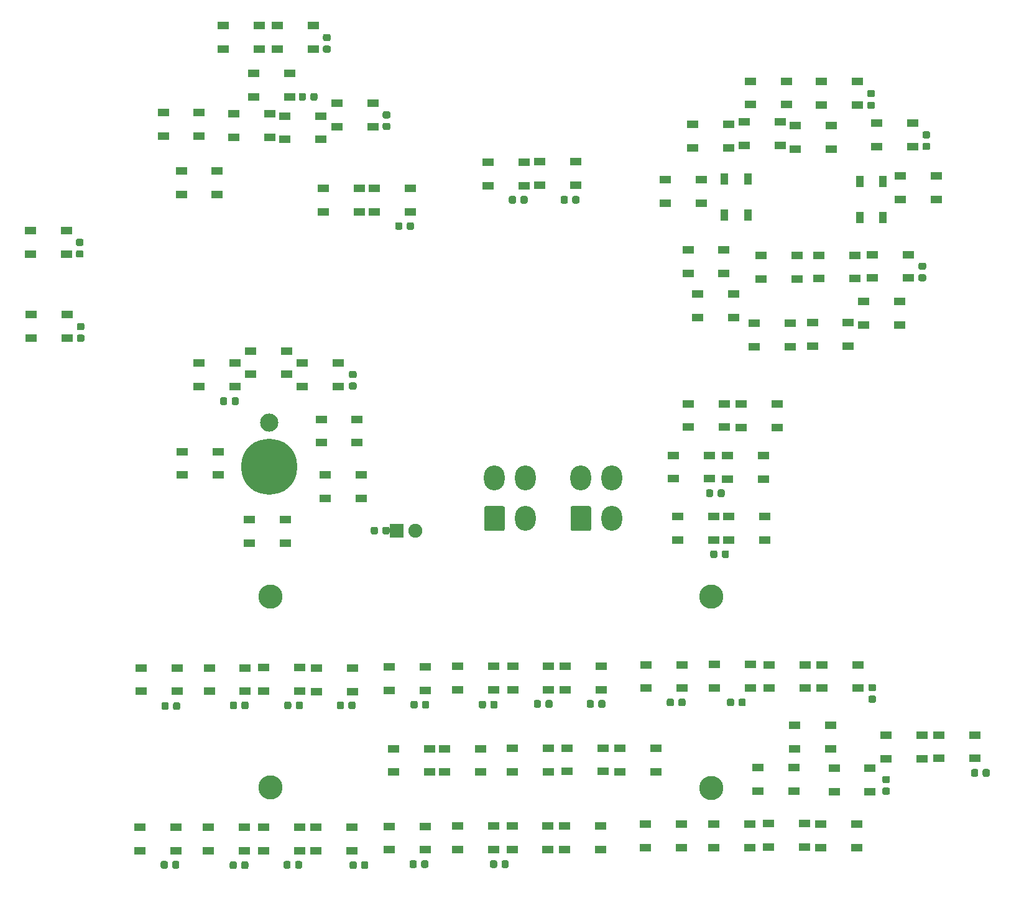
<source format=gbr>
G04 #@! TF.GenerationSoftware,KiCad,Pcbnew,(5.1.6)-1*
G04 #@! TF.CreationDate,2021-02-10T22:37:55+11:00*
G04 #@! TF.ProjectId,KY58 Panel PCB V2,4b593538-2050-4616-9e65-6c2050434220,rev?*
G04 #@! TF.SameCoordinates,Original*
G04 #@! TF.FileFunction,Soldermask,Top*
G04 #@! TF.FilePolarity,Negative*
%FSLAX46Y46*%
G04 Gerber Fmt 4.6, Leading zero omitted, Abs format (unit mm)*
G04 Created by KiCad (PCBNEW (5.1.6)-1) date 2021-02-10 22:37:55*
%MOMM*%
%LPD*%
G01*
G04 APERTURE LIST*
%ADD10C,3.300000*%
%ADD11C,7.640752*%
%ADD12C,2.481250*%
%ADD13R,1.600000X1.100000*%
%ADD14R,1.100000X1.600000*%
%ADD15O,2.800000X3.400000*%
%ADD16C,1.900000*%
%ADD17R,1.900000X1.900000*%
G04 APERTURE END LIST*
D10*
G04 #@! TO.C,REF\u002A\u002A*
X175975000Y-138025000D03*
G04 #@! TD*
G04 #@! TO.C,REF\u002A\u002A*
X115975000Y-138000000D03*
G04 #@! TD*
G04 #@! TO.C,REF\u002A\u002A*
X176025000Y-112000000D03*
G04 #@! TD*
G04 #@! TO.C,REF\u002A\u002A*
X116000000Y-112000000D03*
G04 #@! TD*
D11*
G04 #@! TO.C,REF\u002A\u002A*
X115760258Y-94278977D03*
D12*
X115760258Y-88278977D03*
D11*
X115760258Y-94278977D03*
G04 #@! TD*
D13*
G04 #@! TO.C,D80*
X103975000Y-92225000D03*
X103975000Y-95425000D03*
X108875000Y-92225000D03*
X108875000Y-95425000D03*
G04 #@! TD*
G04 #@! TO.C,D79*
X113125000Y-101525000D03*
X113125000Y-104725000D03*
X118025000Y-101525000D03*
X118025000Y-104725000D03*
G04 #@! TD*
G04 #@! TO.C,D78*
X123425000Y-95375000D03*
X123425000Y-98575000D03*
X128325000Y-95375000D03*
X128325000Y-98575000D03*
G04 #@! TD*
G04 #@! TO.C,D77*
X122875000Y-87825000D03*
X122875000Y-91025000D03*
X127775000Y-87825000D03*
X127775000Y-91025000D03*
G04 #@! TD*
G04 #@! TO.C,D76*
X178400000Y-101100000D03*
X178400000Y-104300000D03*
X183300000Y-101100000D03*
X183300000Y-104300000D03*
G04 #@! TD*
G04 #@! TO.C,D75*
X178200000Y-92750000D03*
X178200000Y-95950000D03*
X183100000Y-92750000D03*
X183100000Y-95950000D03*
G04 #@! TD*
G04 #@! TO.C,D74*
X180050000Y-85775000D03*
X180050000Y-88975000D03*
X184950000Y-85775000D03*
X184950000Y-88975000D03*
G04 #@! TD*
D14*
G04 #@! TO.C,D73*
X180975000Y-55125000D03*
X177775000Y-55125000D03*
X180975000Y-60025000D03*
X177775000Y-60025000D03*
G04 #@! TD*
D13*
G04 #@! TO.C,D69*
X187425000Y-47825000D03*
X187425000Y-51025000D03*
X192325000Y-47825000D03*
X192325000Y-51025000D03*
G04 #@! TD*
G04 #@! TO.C,D72*
X182800000Y-65525000D03*
X182800000Y-68725000D03*
X187700000Y-65525000D03*
X187700000Y-68725000D03*
G04 #@! TD*
G04 #@! TO.C,D71*
X190650000Y-65475000D03*
X190650000Y-68675000D03*
X195550000Y-65475000D03*
X195550000Y-68675000D03*
G04 #@! TD*
D14*
G04 #@! TO.C,D70*
X196200000Y-60350000D03*
X199400000Y-60350000D03*
X196200000Y-55450000D03*
X199400000Y-55450000D03*
G04 #@! TD*
D13*
G04 #@! TO.C,D68*
X180500000Y-47325000D03*
X180500000Y-50525000D03*
X185400000Y-47325000D03*
X185400000Y-50525000D03*
G04 #@! TD*
G04 #@! TO.C,D67*
X123150000Y-56375000D03*
X123150000Y-59575000D03*
X128050000Y-56375000D03*
X128050000Y-59575000D03*
G04 #@! TD*
G04 #@! TO.C,D66*
X117950000Y-46500000D03*
X117950000Y-49700000D03*
X122850000Y-46500000D03*
X122850000Y-49700000D03*
G04 #@! TD*
G04 #@! TO.C,D65*
X111000000Y-46225000D03*
X111000000Y-49425000D03*
X115900000Y-46225000D03*
X115900000Y-49425000D03*
G04 #@! TD*
G04 #@! TO.C,D64*
X103825000Y-54000000D03*
X103825000Y-57200000D03*
X108725000Y-54000000D03*
X108725000Y-57200000D03*
G04 #@! TD*
G04 #@! TO.C,C4*
G36*
G01*
X199528750Y-137997500D02*
X200091250Y-137997500D01*
G75*
G02*
X200335000Y-138241250I0J-243750D01*
G01*
X200335000Y-138728750D01*
G75*
G02*
X200091250Y-138972500I-243750J0D01*
G01*
X199528750Y-138972500D01*
G75*
G02*
X199285000Y-138728750I0J243750D01*
G01*
X199285000Y-138241250D01*
G75*
G02*
X199528750Y-137997500I243750J0D01*
G01*
G37*
G36*
G01*
X199528750Y-136422500D02*
X200091250Y-136422500D01*
G75*
G02*
X200335000Y-136666250I0J-243750D01*
G01*
X200335000Y-137153750D01*
G75*
G02*
X200091250Y-137397500I-243750J0D01*
G01*
X199528750Y-137397500D01*
G75*
G02*
X199285000Y-137153750I0J243750D01*
G01*
X199285000Y-136666250D01*
G75*
G02*
X199528750Y-136422500I243750J0D01*
G01*
G37*
G04 #@! TD*
G04 #@! TO.C,C13*
G36*
G01*
X197483750Y-44547500D02*
X198046250Y-44547500D01*
G75*
G02*
X198290000Y-44791250I0J-243750D01*
G01*
X198290000Y-45278750D01*
G75*
G02*
X198046250Y-45522500I-243750J0D01*
G01*
X197483750Y-45522500D01*
G75*
G02*
X197240000Y-45278750I0J243750D01*
G01*
X197240000Y-44791250D01*
G75*
G02*
X197483750Y-44547500I243750J0D01*
G01*
G37*
G36*
G01*
X197483750Y-42972500D02*
X198046250Y-42972500D01*
G75*
G02*
X198290000Y-43216250I0J-243750D01*
G01*
X198290000Y-43703750D01*
G75*
G02*
X198046250Y-43947500I-243750J0D01*
G01*
X197483750Y-43947500D01*
G75*
G02*
X197240000Y-43703750I0J243750D01*
G01*
X197240000Y-43216250D01*
G75*
G02*
X197483750Y-42972500I243750J0D01*
G01*
G37*
G04 #@! TD*
G04 #@! TO.C,C34*
G36*
G01*
X136492500Y-148711250D02*
X136492500Y-148148750D01*
G75*
G02*
X136736250Y-147905000I243750J0D01*
G01*
X137223750Y-147905000D01*
G75*
G02*
X137467500Y-148148750I0J-243750D01*
G01*
X137467500Y-148711250D01*
G75*
G02*
X137223750Y-148955000I-243750J0D01*
G01*
X136736250Y-148955000D01*
G75*
G02*
X136492500Y-148711250I0J243750D01*
G01*
G37*
G36*
G01*
X134917500Y-148711250D02*
X134917500Y-148148750D01*
G75*
G02*
X135161250Y-147905000I243750J0D01*
G01*
X135648750Y-147905000D01*
G75*
G02*
X135892500Y-148148750I0J-243750D01*
G01*
X135892500Y-148711250D01*
G75*
G02*
X135648750Y-148955000I-243750J0D01*
G01*
X135161250Y-148955000D01*
G75*
G02*
X134917500Y-148711250I0J243750D01*
G01*
G37*
G04 #@! TD*
G04 #@! TO.C,C33*
G36*
G01*
X119322500Y-148811250D02*
X119322500Y-148248750D01*
G75*
G02*
X119566250Y-148005000I243750J0D01*
G01*
X120053750Y-148005000D01*
G75*
G02*
X120297500Y-148248750I0J-243750D01*
G01*
X120297500Y-148811250D01*
G75*
G02*
X120053750Y-149055000I-243750J0D01*
G01*
X119566250Y-149055000D01*
G75*
G02*
X119322500Y-148811250I0J243750D01*
G01*
G37*
G36*
G01*
X117747500Y-148811250D02*
X117747500Y-148248750D01*
G75*
G02*
X117991250Y-148005000I243750J0D01*
G01*
X118478750Y-148005000D01*
G75*
G02*
X118722500Y-148248750I0J-243750D01*
G01*
X118722500Y-148811250D01*
G75*
G02*
X118478750Y-149055000I-243750J0D01*
G01*
X117991250Y-149055000D01*
G75*
G02*
X117747500Y-148811250I0J243750D01*
G01*
G37*
G04 #@! TD*
G04 #@! TO.C,C31*
G36*
G01*
X102592500Y-148801250D02*
X102592500Y-148238750D01*
G75*
G02*
X102836250Y-147995000I243750J0D01*
G01*
X103323750Y-147995000D01*
G75*
G02*
X103567500Y-148238750I0J-243750D01*
G01*
X103567500Y-148801250D01*
G75*
G02*
X103323750Y-149045000I-243750J0D01*
G01*
X102836250Y-149045000D01*
G75*
G02*
X102592500Y-148801250I0J243750D01*
G01*
G37*
G36*
G01*
X101017500Y-148801250D02*
X101017500Y-148238750D01*
G75*
G02*
X101261250Y-147995000I243750J0D01*
G01*
X101748750Y-147995000D01*
G75*
G02*
X101992500Y-148238750I0J-243750D01*
G01*
X101992500Y-148801250D01*
G75*
G02*
X101748750Y-149045000I-243750J0D01*
G01*
X101261250Y-149045000D01*
G75*
G02*
X101017500Y-148801250I0J243750D01*
G01*
G37*
G04 #@! TD*
G04 #@! TO.C,C35*
G36*
G01*
X111992500Y-148851250D02*
X111992500Y-148288750D01*
G75*
G02*
X112236250Y-148045000I243750J0D01*
G01*
X112723750Y-148045000D01*
G75*
G02*
X112967500Y-148288750I0J-243750D01*
G01*
X112967500Y-148851250D01*
G75*
G02*
X112723750Y-149095000I-243750J0D01*
G01*
X112236250Y-149095000D01*
G75*
G02*
X111992500Y-148851250I0J243750D01*
G01*
G37*
G36*
G01*
X110417500Y-148851250D02*
X110417500Y-148288750D01*
G75*
G02*
X110661250Y-148045000I243750J0D01*
G01*
X111148750Y-148045000D01*
G75*
G02*
X111392500Y-148288750I0J-243750D01*
G01*
X111392500Y-148851250D01*
G75*
G02*
X111148750Y-149095000I-243750J0D01*
G01*
X110661250Y-149095000D01*
G75*
G02*
X110417500Y-148851250I0J243750D01*
G01*
G37*
G04 #@! TD*
G04 #@! TO.C,R1*
G36*
G01*
X130612000Y-102715750D02*
X130612000Y-103278250D01*
G75*
G02*
X130368250Y-103522000I-243750J0D01*
G01*
X129880750Y-103522000D01*
G75*
G02*
X129637000Y-103278250I0J243750D01*
G01*
X129637000Y-102715750D01*
G75*
G02*
X129880750Y-102472000I243750J0D01*
G01*
X130368250Y-102472000D01*
G75*
G02*
X130612000Y-102715750I0J-243750D01*
G01*
G37*
G36*
G01*
X132187000Y-102715750D02*
X132187000Y-103278250D01*
G75*
G02*
X131943250Y-103522000I-243750J0D01*
G01*
X131455750Y-103522000D01*
G75*
G02*
X131212000Y-103278250I0J243750D01*
G01*
X131212000Y-102715750D01*
G75*
G02*
X131455750Y-102472000I243750J0D01*
G01*
X131943250Y-102472000D01*
G75*
G02*
X132187000Y-102715750I0J-243750D01*
G01*
G37*
G04 #@! TD*
D15*
G04 #@! TO.C,J2*
X162442000Y-95843000D03*
X158242000Y-95843000D03*
X162442000Y-101343000D03*
G36*
G01*
X156842000Y-102783740D02*
X156842000Y-99902260D01*
G75*
G02*
X157101260Y-99643000I259260J0D01*
G01*
X159382740Y-99643000D01*
G75*
G02*
X159642000Y-99902260I0J-259260D01*
G01*
X159642000Y-102783740D01*
G75*
G02*
X159382740Y-103043000I-259260J0D01*
G01*
X157101260Y-103043000D01*
G75*
G02*
X156842000Y-102783740I0J259260D01*
G01*
G37*
G04 #@! TD*
G04 #@! TO.C,J1*
X150682000Y-95843000D03*
X146482000Y-95843000D03*
X150682000Y-101343000D03*
G36*
G01*
X145082000Y-102783740D02*
X145082000Y-99902260D01*
G75*
G02*
X145341260Y-99643000I259260J0D01*
G01*
X147622740Y-99643000D01*
G75*
G02*
X147882000Y-99902260I0J-259260D01*
G01*
X147882000Y-102783740D01*
G75*
G02*
X147622740Y-103043000I-259260J0D01*
G01*
X145341260Y-103043000D01*
G75*
G02*
X145082000Y-102783740I0J259260D01*
G01*
G37*
G04 #@! TD*
G04 #@! TO.C,C32*
G36*
G01*
X145912500Y-126981250D02*
X145912500Y-126418750D01*
G75*
G02*
X146156250Y-126175000I243750J0D01*
G01*
X146643750Y-126175000D01*
G75*
G02*
X146887500Y-126418750I0J-243750D01*
G01*
X146887500Y-126981250D01*
G75*
G02*
X146643750Y-127225000I-243750J0D01*
G01*
X146156250Y-127225000D01*
G75*
G02*
X145912500Y-126981250I0J243750D01*
G01*
G37*
G36*
G01*
X144337500Y-126981250D02*
X144337500Y-126418750D01*
G75*
G02*
X144581250Y-126175000I243750J0D01*
G01*
X145068750Y-126175000D01*
G75*
G02*
X145312500Y-126418750I0J-243750D01*
G01*
X145312500Y-126981250D01*
G75*
G02*
X145068750Y-127225000I-243750J0D01*
G01*
X144581250Y-127225000D01*
G75*
G02*
X144337500Y-126981250I0J243750D01*
G01*
G37*
G04 #@! TD*
G04 #@! TO.C,C30*
G36*
G01*
X179712500Y-126681250D02*
X179712500Y-126118750D01*
G75*
G02*
X179956250Y-125875000I243750J0D01*
G01*
X180443750Y-125875000D01*
G75*
G02*
X180687500Y-126118750I0J-243750D01*
G01*
X180687500Y-126681250D01*
G75*
G02*
X180443750Y-126925000I-243750J0D01*
G01*
X179956250Y-126925000D01*
G75*
G02*
X179712500Y-126681250I0J243750D01*
G01*
G37*
G36*
G01*
X178137500Y-126681250D02*
X178137500Y-126118750D01*
G75*
G02*
X178381250Y-125875000I243750J0D01*
G01*
X178868750Y-125875000D01*
G75*
G02*
X179112500Y-126118750I0J-243750D01*
G01*
X179112500Y-126681250D01*
G75*
G02*
X178868750Y-126925000I-243750J0D01*
G01*
X178381250Y-126925000D01*
G75*
G02*
X178137500Y-126681250I0J243750D01*
G01*
G37*
G04 #@! TD*
G04 #@! TO.C,C29*
G36*
G01*
X136612500Y-126981250D02*
X136612500Y-126418750D01*
G75*
G02*
X136856250Y-126175000I243750J0D01*
G01*
X137343750Y-126175000D01*
G75*
G02*
X137587500Y-126418750I0J-243750D01*
G01*
X137587500Y-126981250D01*
G75*
G02*
X137343750Y-127225000I-243750J0D01*
G01*
X136856250Y-127225000D01*
G75*
G02*
X136612500Y-126981250I0J243750D01*
G01*
G37*
G36*
G01*
X135037500Y-126981250D02*
X135037500Y-126418750D01*
G75*
G02*
X135281250Y-126175000I243750J0D01*
G01*
X135768750Y-126175000D01*
G75*
G02*
X136012500Y-126418750I0J-243750D01*
G01*
X136012500Y-126981250D01*
G75*
G02*
X135768750Y-127225000I-243750J0D01*
G01*
X135281250Y-127225000D01*
G75*
G02*
X135037500Y-126981250I0J243750D01*
G01*
G37*
G04 #@! TD*
G04 #@! TO.C,C28*
G36*
G01*
X119412500Y-127081250D02*
X119412500Y-126518750D01*
G75*
G02*
X119656250Y-126275000I243750J0D01*
G01*
X120143750Y-126275000D01*
G75*
G02*
X120387500Y-126518750I0J-243750D01*
G01*
X120387500Y-127081250D01*
G75*
G02*
X120143750Y-127325000I-243750J0D01*
G01*
X119656250Y-127325000D01*
G75*
G02*
X119412500Y-127081250I0J243750D01*
G01*
G37*
G36*
G01*
X117837500Y-127081250D02*
X117837500Y-126518750D01*
G75*
G02*
X118081250Y-126275000I243750J0D01*
G01*
X118568750Y-126275000D01*
G75*
G02*
X118812500Y-126518750I0J-243750D01*
G01*
X118812500Y-127081250D01*
G75*
G02*
X118568750Y-127325000I-243750J0D01*
G01*
X118081250Y-127325000D01*
G75*
G02*
X117837500Y-127081250I0J243750D01*
G01*
G37*
G04 #@! TD*
G04 #@! TO.C,C27*
G36*
G01*
X160612500Y-126881250D02*
X160612500Y-126318750D01*
G75*
G02*
X160856250Y-126075000I243750J0D01*
G01*
X161343750Y-126075000D01*
G75*
G02*
X161587500Y-126318750I0J-243750D01*
G01*
X161587500Y-126881250D01*
G75*
G02*
X161343750Y-127125000I-243750J0D01*
G01*
X160856250Y-127125000D01*
G75*
G02*
X160612500Y-126881250I0J243750D01*
G01*
G37*
G36*
G01*
X159037500Y-126881250D02*
X159037500Y-126318750D01*
G75*
G02*
X159281250Y-126075000I243750J0D01*
G01*
X159768750Y-126075000D01*
G75*
G02*
X160012500Y-126318750I0J-243750D01*
G01*
X160012500Y-126881250D01*
G75*
G02*
X159768750Y-127125000I-243750J0D01*
G01*
X159281250Y-127125000D01*
G75*
G02*
X159037500Y-126881250I0J243750D01*
G01*
G37*
G04 #@! TD*
G04 #@! TO.C,C26*
G36*
G01*
X153412500Y-126881250D02*
X153412500Y-126318750D01*
G75*
G02*
X153656250Y-126075000I243750J0D01*
G01*
X154143750Y-126075000D01*
G75*
G02*
X154387500Y-126318750I0J-243750D01*
G01*
X154387500Y-126881250D01*
G75*
G02*
X154143750Y-127125000I-243750J0D01*
G01*
X153656250Y-127125000D01*
G75*
G02*
X153412500Y-126881250I0J243750D01*
G01*
G37*
G36*
G01*
X151837500Y-126881250D02*
X151837500Y-126318750D01*
G75*
G02*
X152081250Y-126075000I243750J0D01*
G01*
X152568750Y-126075000D01*
G75*
G02*
X152812500Y-126318750I0J-243750D01*
G01*
X152812500Y-126881250D01*
G75*
G02*
X152568750Y-127125000I-243750J0D01*
G01*
X152081250Y-127125000D01*
G75*
G02*
X151837500Y-126881250I0J243750D01*
G01*
G37*
G04 #@! TD*
G04 #@! TO.C,C25*
G36*
G01*
X112012500Y-127081250D02*
X112012500Y-126518750D01*
G75*
G02*
X112256250Y-126275000I243750J0D01*
G01*
X112743750Y-126275000D01*
G75*
G02*
X112987500Y-126518750I0J-243750D01*
G01*
X112987500Y-127081250D01*
G75*
G02*
X112743750Y-127325000I-243750J0D01*
G01*
X112256250Y-127325000D01*
G75*
G02*
X112012500Y-127081250I0J243750D01*
G01*
G37*
G36*
G01*
X110437500Y-127081250D02*
X110437500Y-126518750D01*
G75*
G02*
X110681250Y-126275000I243750J0D01*
G01*
X111168750Y-126275000D01*
G75*
G02*
X111412500Y-126518750I0J-243750D01*
G01*
X111412500Y-127081250D01*
G75*
G02*
X111168750Y-127325000I-243750J0D01*
G01*
X110681250Y-127325000D01*
G75*
G02*
X110437500Y-127081250I0J243750D01*
G01*
G37*
G04 #@! TD*
G04 #@! TO.C,C24*
G36*
G01*
X102712500Y-127181250D02*
X102712500Y-126618750D01*
G75*
G02*
X102956250Y-126375000I243750J0D01*
G01*
X103443750Y-126375000D01*
G75*
G02*
X103687500Y-126618750I0J-243750D01*
G01*
X103687500Y-127181250D01*
G75*
G02*
X103443750Y-127425000I-243750J0D01*
G01*
X102956250Y-127425000D01*
G75*
G02*
X102712500Y-127181250I0J243750D01*
G01*
G37*
G36*
G01*
X101137500Y-127181250D02*
X101137500Y-126618750D01*
G75*
G02*
X101381250Y-126375000I243750J0D01*
G01*
X101868750Y-126375000D01*
G75*
G02*
X102112500Y-126618750I0J-243750D01*
G01*
X102112500Y-127181250D01*
G75*
G02*
X101868750Y-127425000I-243750J0D01*
G01*
X101381250Y-127425000D01*
G75*
G02*
X101137500Y-127181250I0J243750D01*
G01*
G37*
G04 #@! TD*
G04 #@! TO.C,C23*
G36*
G01*
X126893750Y-82812500D02*
X127456250Y-82812500D01*
G75*
G02*
X127700000Y-83056250I0J-243750D01*
G01*
X127700000Y-83543750D01*
G75*
G02*
X127456250Y-83787500I-243750J0D01*
G01*
X126893750Y-83787500D01*
G75*
G02*
X126650000Y-83543750I0J243750D01*
G01*
X126650000Y-83056250D01*
G75*
G02*
X126893750Y-82812500I243750J0D01*
G01*
G37*
G36*
G01*
X126893750Y-81237500D02*
X127456250Y-81237500D01*
G75*
G02*
X127700000Y-81481250I0J-243750D01*
G01*
X127700000Y-81968750D01*
G75*
G02*
X127456250Y-82212500I-243750J0D01*
G01*
X126893750Y-82212500D01*
G75*
G02*
X126650000Y-81968750I0J243750D01*
G01*
X126650000Y-81481250D01*
G75*
G02*
X126893750Y-81237500I243750J0D01*
G01*
G37*
G04 #@! TD*
G04 #@! TO.C,C22*
G36*
G01*
X89718750Y-64812500D02*
X90281250Y-64812500D01*
G75*
G02*
X90525000Y-65056250I0J-243750D01*
G01*
X90525000Y-65543750D01*
G75*
G02*
X90281250Y-65787500I-243750J0D01*
G01*
X89718750Y-65787500D01*
G75*
G02*
X89475000Y-65543750I0J243750D01*
G01*
X89475000Y-65056250D01*
G75*
G02*
X89718750Y-64812500I243750J0D01*
G01*
G37*
G36*
G01*
X89718750Y-63237500D02*
X90281250Y-63237500D01*
G75*
G02*
X90525000Y-63481250I0J-243750D01*
G01*
X90525000Y-63968750D01*
G75*
G02*
X90281250Y-64212500I-243750J0D01*
G01*
X89718750Y-64212500D01*
G75*
G02*
X89475000Y-63968750I0J243750D01*
G01*
X89475000Y-63481250D01*
G75*
G02*
X89718750Y-63237500I243750J0D01*
G01*
G37*
G04 #@! TD*
G04 #@! TO.C,C21*
G36*
G01*
X89843750Y-76287500D02*
X90406250Y-76287500D01*
G75*
G02*
X90650000Y-76531250I0J-243750D01*
G01*
X90650000Y-77018750D01*
G75*
G02*
X90406250Y-77262500I-243750J0D01*
G01*
X89843750Y-77262500D01*
G75*
G02*
X89600000Y-77018750I0J243750D01*
G01*
X89600000Y-76531250D01*
G75*
G02*
X89843750Y-76287500I243750J0D01*
G01*
G37*
G36*
G01*
X89843750Y-74712500D02*
X90406250Y-74712500D01*
G75*
G02*
X90650000Y-74956250I0J-243750D01*
G01*
X90650000Y-75443750D01*
G75*
G02*
X90406250Y-75687500I-243750J0D01*
G01*
X89843750Y-75687500D01*
G75*
G02*
X89600000Y-75443750I0J243750D01*
G01*
X89600000Y-74956250D01*
G75*
G02*
X89843750Y-74712500I243750J0D01*
G01*
G37*
G04 #@! TD*
G04 #@! TO.C,C20*
G36*
G01*
X157062500Y-58206250D02*
X157062500Y-57643750D01*
G75*
G02*
X157306250Y-57400000I243750J0D01*
G01*
X157793750Y-57400000D01*
G75*
G02*
X158037500Y-57643750I0J-243750D01*
G01*
X158037500Y-58206250D01*
G75*
G02*
X157793750Y-58450000I-243750J0D01*
G01*
X157306250Y-58450000D01*
G75*
G02*
X157062500Y-58206250I0J243750D01*
G01*
G37*
G36*
G01*
X155487500Y-58206250D02*
X155487500Y-57643750D01*
G75*
G02*
X155731250Y-57400000I243750J0D01*
G01*
X156218750Y-57400000D01*
G75*
G02*
X156462500Y-57643750I0J-243750D01*
G01*
X156462500Y-58206250D01*
G75*
G02*
X156218750Y-58450000I-243750J0D01*
G01*
X155731250Y-58450000D01*
G75*
G02*
X155487500Y-58206250I0J243750D01*
G01*
G37*
G04 #@! TD*
G04 #@! TO.C,C19*
G36*
G01*
X150012500Y-58206250D02*
X150012500Y-57643750D01*
G75*
G02*
X150256250Y-57400000I243750J0D01*
G01*
X150743750Y-57400000D01*
G75*
G02*
X150987500Y-57643750I0J-243750D01*
G01*
X150987500Y-58206250D01*
G75*
G02*
X150743750Y-58450000I-243750J0D01*
G01*
X150256250Y-58450000D01*
G75*
G02*
X150012500Y-58206250I0J243750D01*
G01*
G37*
G36*
G01*
X148437500Y-58206250D02*
X148437500Y-57643750D01*
G75*
G02*
X148681250Y-57400000I243750J0D01*
G01*
X149168750Y-57400000D01*
G75*
G02*
X149412500Y-57643750I0J-243750D01*
G01*
X149412500Y-58206250D01*
G75*
G02*
X149168750Y-58450000I-243750J0D01*
G01*
X148681250Y-58450000D01*
G75*
G02*
X148437500Y-58206250I0J243750D01*
G01*
G37*
G04 #@! TD*
G04 #@! TO.C,C18*
G36*
G01*
X120800000Y-43618750D02*
X120800000Y-44181250D01*
G75*
G02*
X120556250Y-44425000I-243750J0D01*
G01*
X120068750Y-44425000D01*
G75*
G02*
X119825000Y-44181250I0J243750D01*
G01*
X119825000Y-43618750D01*
G75*
G02*
X120068750Y-43375000I243750J0D01*
G01*
X120556250Y-43375000D01*
G75*
G02*
X120800000Y-43618750I0J-243750D01*
G01*
G37*
G36*
G01*
X122375000Y-43618750D02*
X122375000Y-44181250D01*
G75*
G02*
X122131250Y-44425000I-243750J0D01*
G01*
X121643750Y-44425000D01*
G75*
G02*
X121400000Y-44181250I0J243750D01*
G01*
X121400000Y-43618750D01*
G75*
G02*
X121643750Y-43375000I243750J0D01*
G01*
X122131250Y-43375000D01*
G75*
G02*
X122375000Y-43618750I0J-243750D01*
G01*
G37*
G04 #@! TD*
G04 #@! TO.C,C17*
G36*
G01*
X131493750Y-47437500D02*
X132056250Y-47437500D01*
G75*
G02*
X132300000Y-47681250I0J-243750D01*
G01*
X132300000Y-48168750D01*
G75*
G02*
X132056250Y-48412500I-243750J0D01*
G01*
X131493750Y-48412500D01*
G75*
G02*
X131250000Y-48168750I0J243750D01*
G01*
X131250000Y-47681250D01*
G75*
G02*
X131493750Y-47437500I243750J0D01*
G01*
G37*
G36*
G01*
X131493750Y-45862500D02*
X132056250Y-45862500D01*
G75*
G02*
X132300000Y-46106250I0J-243750D01*
G01*
X132300000Y-46593750D01*
G75*
G02*
X132056250Y-46837500I-243750J0D01*
G01*
X131493750Y-46837500D01*
G75*
G02*
X131250000Y-46593750I0J243750D01*
G01*
X131250000Y-46106250D01*
G75*
G02*
X131493750Y-45862500I243750J0D01*
G01*
G37*
G04 #@! TD*
G04 #@! TO.C,C16*
G36*
G01*
X123368750Y-36912500D02*
X123931250Y-36912500D01*
G75*
G02*
X124175000Y-37156250I0J-243750D01*
G01*
X124175000Y-37643750D01*
G75*
G02*
X123931250Y-37887500I-243750J0D01*
G01*
X123368750Y-37887500D01*
G75*
G02*
X123125000Y-37643750I0J243750D01*
G01*
X123125000Y-37156250D01*
G75*
G02*
X123368750Y-36912500I243750J0D01*
G01*
G37*
G36*
G01*
X123368750Y-35337500D02*
X123931250Y-35337500D01*
G75*
G02*
X124175000Y-35581250I0J-243750D01*
G01*
X124175000Y-36068750D01*
G75*
G02*
X123931250Y-36312500I-243750J0D01*
G01*
X123368750Y-36312500D01*
G75*
G02*
X123125000Y-36068750I0J243750D01*
G01*
X123125000Y-35581250D01*
G75*
G02*
X123368750Y-35337500I243750J0D01*
G01*
G37*
G04 #@! TD*
G04 #@! TO.C,C15*
G36*
G01*
X134537500Y-61781250D02*
X134537500Y-61218750D01*
G75*
G02*
X134781250Y-60975000I243750J0D01*
G01*
X135268750Y-60975000D01*
G75*
G02*
X135512500Y-61218750I0J-243750D01*
G01*
X135512500Y-61781250D01*
G75*
G02*
X135268750Y-62025000I-243750J0D01*
G01*
X134781250Y-62025000D01*
G75*
G02*
X134537500Y-61781250I0J243750D01*
G01*
G37*
G36*
G01*
X132962500Y-61781250D02*
X132962500Y-61218750D01*
G75*
G02*
X133206250Y-60975000I243750J0D01*
G01*
X133693750Y-60975000D01*
G75*
G02*
X133937500Y-61218750I0J-243750D01*
G01*
X133937500Y-61781250D01*
G75*
G02*
X133693750Y-62025000I-243750J0D01*
G01*
X133206250Y-62025000D01*
G75*
G02*
X132962500Y-61781250I0J243750D01*
G01*
G37*
G04 #@! TD*
G04 #@! TO.C,C14*
G36*
G01*
X110682500Y-85641250D02*
X110682500Y-85078750D01*
G75*
G02*
X110926250Y-84835000I243750J0D01*
G01*
X111413750Y-84835000D01*
G75*
G02*
X111657500Y-85078750I0J-243750D01*
G01*
X111657500Y-85641250D01*
G75*
G02*
X111413750Y-85885000I-243750J0D01*
G01*
X110926250Y-85885000D01*
G75*
G02*
X110682500Y-85641250I0J243750D01*
G01*
G37*
G36*
G01*
X109107500Y-85641250D02*
X109107500Y-85078750D01*
G75*
G02*
X109351250Y-84835000I243750J0D01*
G01*
X109838750Y-84835000D01*
G75*
G02*
X110082500Y-85078750I0J-243750D01*
G01*
X110082500Y-85641250D01*
G75*
G02*
X109838750Y-85885000I-243750J0D01*
G01*
X109351250Y-85885000D01*
G75*
G02*
X109107500Y-85641250I0J243750D01*
G01*
G37*
G04 #@! TD*
G04 #@! TO.C,C12*
G36*
G01*
X204998750Y-50162500D02*
X205561250Y-50162500D01*
G75*
G02*
X205805000Y-50406250I0J-243750D01*
G01*
X205805000Y-50893750D01*
G75*
G02*
X205561250Y-51137500I-243750J0D01*
G01*
X204998750Y-51137500D01*
G75*
G02*
X204755000Y-50893750I0J243750D01*
G01*
X204755000Y-50406250D01*
G75*
G02*
X204998750Y-50162500I243750J0D01*
G01*
G37*
G36*
G01*
X204998750Y-48587500D02*
X205561250Y-48587500D01*
G75*
G02*
X205805000Y-48831250I0J-243750D01*
G01*
X205805000Y-49318750D01*
G75*
G02*
X205561250Y-49562500I-243750J0D01*
G01*
X204998750Y-49562500D01*
G75*
G02*
X204755000Y-49318750I0J243750D01*
G01*
X204755000Y-48831250D01*
G75*
G02*
X204998750Y-48587500I243750J0D01*
G01*
G37*
G04 #@! TD*
G04 #@! TO.C,C11*
G36*
G01*
X204448750Y-68057500D02*
X205011250Y-68057500D01*
G75*
G02*
X205255000Y-68301250I0J-243750D01*
G01*
X205255000Y-68788750D01*
G75*
G02*
X205011250Y-69032500I-243750J0D01*
G01*
X204448750Y-69032500D01*
G75*
G02*
X204205000Y-68788750I0J243750D01*
G01*
X204205000Y-68301250D01*
G75*
G02*
X204448750Y-68057500I243750J0D01*
G01*
G37*
G36*
G01*
X204448750Y-66482500D02*
X205011250Y-66482500D01*
G75*
G02*
X205255000Y-66726250I0J-243750D01*
G01*
X205255000Y-67213750D01*
G75*
G02*
X205011250Y-67457500I-243750J0D01*
G01*
X204448750Y-67457500D01*
G75*
G02*
X204205000Y-67213750I0J243750D01*
G01*
X204205000Y-66726250D01*
G75*
G02*
X204448750Y-66482500I243750J0D01*
G01*
G37*
G04 #@! TD*
G04 #@! TO.C,C10*
G36*
G01*
X176262500Y-97618750D02*
X176262500Y-98181250D01*
G75*
G02*
X176018750Y-98425000I-243750J0D01*
G01*
X175531250Y-98425000D01*
G75*
G02*
X175287500Y-98181250I0J243750D01*
G01*
X175287500Y-97618750D01*
G75*
G02*
X175531250Y-97375000I243750J0D01*
G01*
X176018750Y-97375000D01*
G75*
G02*
X176262500Y-97618750I0J-243750D01*
G01*
G37*
G36*
G01*
X177837500Y-97618750D02*
X177837500Y-98181250D01*
G75*
G02*
X177593750Y-98425000I-243750J0D01*
G01*
X177106250Y-98425000D01*
G75*
G02*
X176862500Y-98181250I0J243750D01*
G01*
X176862500Y-97618750D01*
G75*
G02*
X177106250Y-97375000I243750J0D01*
G01*
X177593750Y-97375000D01*
G75*
G02*
X177837500Y-97618750I0J-243750D01*
G01*
G37*
G04 #@! TD*
G04 #@! TO.C,C9*
G36*
G01*
X176837500Y-105928750D02*
X176837500Y-106491250D01*
G75*
G02*
X176593750Y-106735000I-243750J0D01*
G01*
X176106250Y-106735000D01*
G75*
G02*
X175862500Y-106491250I0J243750D01*
G01*
X175862500Y-105928750D01*
G75*
G02*
X176106250Y-105685000I243750J0D01*
G01*
X176593750Y-105685000D01*
G75*
G02*
X176837500Y-105928750I0J-243750D01*
G01*
G37*
G36*
G01*
X178412500Y-105928750D02*
X178412500Y-106491250D01*
G75*
G02*
X178168750Y-106735000I-243750J0D01*
G01*
X177681250Y-106735000D01*
G75*
G02*
X177437500Y-106491250I0J243750D01*
G01*
X177437500Y-105928750D01*
G75*
G02*
X177681250Y-105685000I243750J0D01*
G01*
X178168750Y-105685000D01*
G75*
G02*
X178412500Y-105928750I0J-243750D01*
G01*
G37*
G04 #@! TD*
G04 #@! TO.C,C8*
G36*
G01*
X126587500Y-127081250D02*
X126587500Y-126518750D01*
G75*
G02*
X126831250Y-126275000I243750J0D01*
G01*
X127318750Y-126275000D01*
G75*
G02*
X127562500Y-126518750I0J-243750D01*
G01*
X127562500Y-127081250D01*
G75*
G02*
X127318750Y-127325000I-243750J0D01*
G01*
X126831250Y-127325000D01*
G75*
G02*
X126587500Y-127081250I0J243750D01*
G01*
G37*
G36*
G01*
X125012500Y-127081250D02*
X125012500Y-126518750D01*
G75*
G02*
X125256250Y-126275000I243750J0D01*
G01*
X125743750Y-126275000D01*
G75*
G02*
X125987500Y-126518750I0J-243750D01*
G01*
X125987500Y-127081250D01*
G75*
G02*
X125743750Y-127325000I-243750J0D01*
G01*
X125256250Y-127325000D01*
G75*
G02*
X125012500Y-127081250I0J243750D01*
G01*
G37*
G04 #@! TD*
G04 #@! TO.C,C7*
G36*
G01*
X171512500Y-126681250D02*
X171512500Y-126118750D01*
G75*
G02*
X171756250Y-125875000I243750J0D01*
G01*
X172243750Y-125875000D01*
G75*
G02*
X172487500Y-126118750I0J-243750D01*
G01*
X172487500Y-126681250D01*
G75*
G02*
X172243750Y-126925000I-243750J0D01*
G01*
X171756250Y-126925000D01*
G75*
G02*
X171512500Y-126681250I0J243750D01*
G01*
G37*
G36*
G01*
X169937500Y-126681250D02*
X169937500Y-126118750D01*
G75*
G02*
X170181250Y-125875000I243750J0D01*
G01*
X170668750Y-125875000D01*
G75*
G02*
X170912500Y-126118750I0J-243750D01*
G01*
X170912500Y-126681250D01*
G75*
G02*
X170668750Y-126925000I-243750J0D01*
G01*
X170181250Y-126925000D01*
G75*
G02*
X169937500Y-126681250I0J243750D01*
G01*
G37*
G04 #@! TD*
G04 #@! TO.C,C6*
G36*
G01*
X212347500Y-135718750D02*
X212347500Y-136281250D01*
G75*
G02*
X212103750Y-136525000I-243750J0D01*
G01*
X211616250Y-136525000D01*
G75*
G02*
X211372500Y-136281250I0J243750D01*
G01*
X211372500Y-135718750D01*
G75*
G02*
X211616250Y-135475000I243750J0D01*
G01*
X212103750Y-135475000D01*
G75*
G02*
X212347500Y-135718750I0J-243750D01*
G01*
G37*
G36*
G01*
X213922500Y-135718750D02*
X213922500Y-136281250D01*
G75*
G02*
X213678750Y-136525000I-243750J0D01*
G01*
X213191250Y-136525000D01*
G75*
G02*
X212947500Y-136281250I0J243750D01*
G01*
X212947500Y-135718750D01*
G75*
G02*
X213191250Y-135475000I243750J0D01*
G01*
X213678750Y-135475000D01*
G75*
G02*
X213922500Y-135718750I0J-243750D01*
G01*
G37*
G04 #@! TD*
G04 #@! TO.C,C5*
G36*
G01*
X198198250Y-124861000D02*
X197635750Y-124861000D01*
G75*
G02*
X197392000Y-124617250I0J243750D01*
G01*
X197392000Y-124129750D01*
G75*
G02*
X197635750Y-123886000I243750J0D01*
G01*
X198198250Y-123886000D01*
G75*
G02*
X198442000Y-124129750I0J-243750D01*
G01*
X198442000Y-124617250D01*
G75*
G02*
X198198250Y-124861000I-243750J0D01*
G01*
G37*
G36*
G01*
X198198250Y-126436000D02*
X197635750Y-126436000D01*
G75*
G02*
X197392000Y-126192250I0J243750D01*
G01*
X197392000Y-125704750D01*
G75*
G02*
X197635750Y-125461000I243750J0D01*
G01*
X198198250Y-125461000D01*
G75*
G02*
X198442000Y-125704750I0J-243750D01*
G01*
X198442000Y-126192250D01*
G75*
G02*
X198198250Y-126436000I-243750J0D01*
G01*
G37*
G04 #@! TD*
G04 #@! TO.C,C3*
G36*
G01*
X146837500Y-148148750D02*
X146837500Y-148711250D01*
G75*
G02*
X146593750Y-148955000I-243750J0D01*
G01*
X146106250Y-148955000D01*
G75*
G02*
X145862500Y-148711250I0J243750D01*
G01*
X145862500Y-148148750D01*
G75*
G02*
X146106250Y-147905000I243750J0D01*
G01*
X146593750Y-147905000D01*
G75*
G02*
X146837500Y-148148750I0J-243750D01*
G01*
G37*
G36*
G01*
X148412500Y-148148750D02*
X148412500Y-148711250D01*
G75*
G02*
X148168750Y-148955000I-243750J0D01*
G01*
X147681250Y-148955000D01*
G75*
G02*
X147437500Y-148711250I0J243750D01*
G01*
X147437500Y-148148750D01*
G75*
G02*
X147681250Y-147905000I243750J0D01*
G01*
X148168750Y-147905000D01*
G75*
G02*
X148412500Y-148148750I0J-243750D01*
G01*
G37*
G04 #@! TD*
G04 #@! TO.C,C2*
G36*
G01*
X127717500Y-148288750D02*
X127717500Y-148851250D01*
G75*
G02*
X127473750Y-149095000I-243750J0D01*
G01*
X126986250Y-149095000D01*
G75*
G02*
X126742500Y-148851250I0J243750D01*
G01*
X126742500Y-148288750D01*
G75*
G02*
X126986250Y-148045000I243750J0D01*
G01*
X127473750Y-148045000D01*
G75*
G02*
X127717500Y-148288750I0J-243750D01*
G01*
G37*
G36*
G01*
X129292500Y-148288750D02*
X129292500Y-148851250D01*
G75*
G02*
X129048750Y-149095000I-243750J0D01*
G01*
X128561250Y-149095000D01*
G75*
G02*
X128317500Y-148851250I0J243750D01*
G01*
X128317500Y-148288750D01*
G75*
G02*
X128561250Y-148045000I243750J0D01*
G01*
X129048750Y-148045000D01*
G75*
G02*
X129292500Y-148288750I0J-243750D01*
G01*
G37*
G04 #@! TD*
D13*
G04 #@! TO.C,D63*
X83362800Y-73558400D03*
X83362800Y-76758400D03*
X88262800Y-73558400D03*
X88262800Y-76758400D03*
G04 #@! TD*
D16*
G04 #@! TO.C,D1*
X135687000Y-102997000D03*
D17*
X133147000Y-102997000D03*
G04 #@! TD*
D13*
G04 #@! TO.C,D62*
X190895000Y-143002000D03*
X190895000Y-146202000D03*
X195795000Y-143002000D03*
X195795000Y-146202000D03*
G04 #@! TD*
G04 #@! TO.C,D61*
X183820000Y-142926000D03*
X183820000Y-146126000D03*
X188720000Y-142926000D03*
X188720000Y-146126000D03*
G04 #@! TD*
G04 #@! TO.C,D60*
X176378000Y-142977000D03*
X176378000Y-146177000D03*
X181278000Y-142977000D03*
X181278000Y-146177000D03*
G04 #@! TD*
G04 #@! TO.C,D59*
X167030000Y-143002000D03*
X167030000Y-146202000D03*
X171930000Y-143002000D03*
X171930000Y-146202000D03*
G04 #@! TD*
G04 #@! TO.C,D58*
X156060000Y-143256000D03*
X156060000Y-146456000D03*
X160960000Y-143256000D03*
X160960000Y-146456000D03*
G04 #@! TD*
G04 #@! TO.C,D57*
X148872000Y-143231000D03*
X148872000Y-146431000D03*
X153772000Y-143231000D03*
X153772000Y-146431000D03*
G04 #@! TD*
G04 #@! TO.C,D56*
X141453000Y-143256000D03*
X141453000Y-146456000D03*
X146353000Y-143256000D03*
X146353000Y-146456000D03*
G04 #@! TD*
G04 #@! TO.C,D55*
X132131000Y-143281000D03*
X132131000Y-146481000D03*
X137031000Y-143281000D03*
X137031000Y-146481000D03*
G04 #@! TD*
G04 #@! TO.C,D54*
X122149000Y-143434000D03*
X122149000Y-146634000D03*
X127049000Y-143434000D03*
X127049000Y-146634000D03*
G04 #@! TD*
G04 #@! TO.C,D53*
X115011000Y-143408000D03*
X115011000Y-146608000D03*
X119911000Y-143408000D03*
X119911000Y-146608000D03*
G04 #@! TD*
G04 #@! TO.C,D52*
X107544000Y-143383000D03*
X107544000Y-146583000D03*
X112444000Y-143383000D03*
X112444000Y-146583000D03*
G04 #@! TD*
G04 #@! TO.C,D51*
X98224000Y-143409000D03*
X98224000Y-146609000D03*
X103124000Y-143409000D03*
X103124000Y-146609000D03*
G04 #@! TD*
G04 #@! TO.C,D50*
X206959000Y-130835000D03*
X206959000Y-134035000D03*
X211859000Y-130835000D03*
X211859000Y-134035000D03*
G04 #@! TD*
G04 #@! TO.C,D49*
X199773000Y-130861000D03*
X199773000Y-134061000D03*
X204673000Y-130861000D03*
X204673000Y-134061000D03*
G04 #@! TD*
G04 #@! TO.C,D48*
X192724000Y-135331000D03*
X192724000Y-138531000D03*
X197624000Y-135331000D03*
X197624000Y-138531000D03*
G04 #@! TD*
G04 #@! TO.C,D47*
X187339000Y-129489000D03*
X187339000Y-132689000D03*
X192239000Y-129489000D03*
X192239000Y-132689000D03*
G04 #@! TD*
G04 #@! TO.C,D46*
X182335000Y-135306000D03*
X182335000Y-138506000D03*
X187235000Y-135306000D03*
X187235000Y-138506000D03*
G04 #@! TD*
G04 #@! TO.C,D45*
X163525000Y-132639000D03*
X163525000Y-135839000D03*
X168425000Y-132639000D03*
X168425000Y-135839000D03*
G04 #@! TD*
G04 #@! TO.C,D44*
X156351000Y-132614000D03*
X156351000Y-135814000D03*
X161251000Y-132614000D03*
X161251000Y-135814000D03*
G04 #@! TD*
G04 #@! TO.C,D43*
X148909000Y-132639000D03*
X148909000Y-135839000D03*
X153809000Y-132639000D03*
X153809000Y-135839000D03*
G04 #@! TD*
G04 #@! TO.C,D42*
X139688000Y-132690000D03*
X139688000Y-135890000D03*
X144588000Y-132690000D03*
X144588000Y-135890000D03*
G04 #@! TD*
G04 #@! TO.C,D41*
X132766000Y-132690000D03*
X132766000Y-135890000D03*
X137666000Y-132690000D03*
X137666000Y-135890000D03*
G04 #@! TD*
G04 #@! TO.C,D40*
X191047000Y-121260000D03*
X191047000Y-124460000D03*
X195947000Y-121260000D03*
X195947000Y-124460000D03*
G04 #@! TD*
G04 #@! TO.C,D39*
X183859000Y-121260000D03*
X183859000Y-124460000D03*
X188759000Y-121260000D03*
X188759000Y-124460000D03*
G04 #@! TD*
G04 #@! TO.C,D38*
X176442000Y-121234000D03*
X176442000Y-124434000D03*
X181342000Y-121234000D03*
X181342000Y-124434000D03*
G04 #@! TD*
G04 #@! TO.C,D37*
X167081000Y-121260000D03*
X167081000Y-124460000D03*
X171981000Y-121260000D03*
X171981000Y-124460000D03*
G04 #@! TD*
G04 #@! TO.C,D36*
X156134000Y-121488000D03*
X156134000Y-124688000D03*
X161034000Y-121488000D03*
X161034000Y-124688000D03*
G04 #@! TD*
G04 #@! TO.C,D35*
X148959000Y-121488000D03*
X148959000Y-124688000D03*
X153859000Y-121488000D03*
X153859000Y-124688000D03*
G04 #@! TD*
G04 #@! TO.C,D34*
X141492000Y-121488000D03*
X141492000Y-124688000D03*
X146392000Y-121488000D03*
X146392000Y-124688000D03*
G04 #@! TD*
G04 #@! TO.C,D33*
X132184000Y-121564000D03*
X132184000Y-124764000D03*
X137084000Y-121564000D03*
X137084000Y-124764000D03*
G04 #@! TD*
G04 #@! TO.C,D32*
X122227000Y-121717000D03*
X122227000Y-124917000D03*
X127127000Y-121717000D03*
X127127000Y-124917000D03*
G04 #@! TD*
G04 #@! TO.C,D31*
X115039000Y-121641000D03*
X115039000Y-124841000D03*
X119939000Y-121641000D03*
X119939000Y-124841000D03*
G04 #@! TD*
G04 #@! TO.C,D30*
X107634000Y-121692000D03*
X107634000Y-124892000D03*
X112534000Y-121692000D03*
X112534000Y-124892000D03*
G04 #@! TD*
G04 #@! TO.C,D29*
X98337000Y-121692000D03*
X98337000Y-124892000D03*
X103237000Y-121692000D03*
X103237000Y-124892000D03*
G04 #@! TD*
G04 #@! TO.C,D28*
X171401000Y-101067000D03*
X171401000Y-104267000D03*
X176301000Y-101067000D03*
X176301000Y-104267000D03*
G04 #@! TD*
G04 #@! TO.C,D27*
X170843000Y-92735400D03*
X170843000Y-95935400D03*
X175743000Y-92735400D03*
X175743000Y-95935400D03*
G04 #@! TD*
G04 #@! TO.C,D26*
X172900000Y-85699600D03*
X172900000Y-88899600D03*
X177800000Y-85699600D03*
X177800000Y-88899600D03*
G04 #@! TD*
G04 #@! TO.C,D25*
X120322000Y-80137000D03*
X120322000Y-83337000D03*
X125222000Y-80137000D03*
X125222000Y-83337000D03*
G04 #@! TD*
G04 #@! TO.C,D24*
X113298000Y-78511600D03*
X113298000Y-81711600D03*
X118198000Y-78511600D03*
X118198000Y-81711600D03*
G04 #@! TD*
G04 #@! TO.C,D23*
X106274000Y-80162400D03*
X106274000Y-83362400D03*
X111174000Y-80162400D03*
X111174000Y-83362400D03*
G04 #@! TD*
G04 #@! TO.C,D22*
X173459000Y-47625000D03*
X173459000Y-50825000D03*
X178359000Y-47625000D03*
X178359000Y-50825000D03*
G04 #@! TD*
G04 #@! TO.C,D21*
X169724000Y-55199400D03*
X169724000Y-58399400D03*
X174624000Y-55199400D03*
X174624000Y-58399400D03*
G04 #@! TD*
G04 #@! TO.C,D20*
X172825000Y-64750000D03*
X172825000Y-67950000D03*
X177725000Y-64750000D03*
X177725000Y-67950000D03*
G04 #@! TD*
G04 #@! TO.C,D19*
X174170000Y-70764400D03*
X174170000Y-73964400D03*
X179070000Y-70764400D03*
X179070000Y-73964400D03*
G04 #@! TD*
G04 #@! TO.C,D18*
X181864000Y-74752200D03*
X181864000Y-77952200D03*
X186764000Y-74752200D03*
X186764000Y-77952200D03*
G04 #@! TD*
G04 #@! TO.C,D17*
X189766000Y-74676000D03*
X189766000Y-77876000D03*
X194666000Y-74676000D03*
X194666000Y-77876000D03*
G04 #@! TD*
G04 #@! TO.C,D16*
X196751000Y-71755400D03*
X196751000Y-74955400D03*
X201651000Y-71755400D03*
X201651000Y-74955400D03*
G04 #@! TD*
G04 #@! TO.C,D15*
X197905000Y-65379800D03*
X197905000Y-68579800D03*
X202805000Y-65379800D03*
X202805000Y-68579800D03*
G04 #@! TD*
G04 #@! TO.C,D14*
X201752000Y-54701600D03*
X201752000Y-57901600D03*
X206652000Y-54701600D03*
X206652000Y-57901600D03*
G04 #@! TD*
G04 #@! TO.C,D13*
X198550000Y-47477000D03*
X198550000Y-50677000D03*
X203450000Y-47477000D03*
X203450000Y-50677000D03*
G04 #@! TD*
G04 #@! TO.C,D12*
X191000000Y-41825000D03*
X191000000Y-45025000D03*
X195900000Y-41825000D03*
X195900000Y-45025000D03*
G04 #@! TD*
G04 #@! TO.C,D11*
X181319000Y-41757800D03*
X181319000Y-44957800D03*
X186219000Y-41757800D03*
X186219000Y-44957800D03*
G04 #@! TD*
G04 #@! TO.C,D10*
X152642000Y-52756000D03*
X152642000Y-55956000D03*
X157542000Y-52756000D03*
X157542000Y-55956000D03*
G04 #@! TD*
G04 #@! TO.C,D9*
X145595000Y-52781400D03*
X145595000Y-55981400D03*
X150495000Y-52781400D03*
X150495000Y-55981400D03*
G04 #@! TD*
G04 #@! TO.C,D8*
X130101000Y-56337200D03*
X130101000Y-59537200D03*
X135001000Y-56337200D03*
X135001000Y-59537200D03*
G04 #@! TD*
G04 #@! TO.C,D7*
X125021000Y-44754800D03*
X125021000Y-47954800D03*
X129921000Y-44754800D03*
X129921000Y-47954800D03*
G04 #@! TD*
G04 #@! TO.C,D6*
X113665000Y-40690800D03*
X113665000Y-43890800D03*
X118565000Y-40690800D03*
X118565000Y-43890800D03*
G04 #@! TD*
G04 #@! TO.C,D5*
X116942000Y-34213800D03*
X116942000Y-37413800D03*
X121842000Y-34213800D03*
X121842000Y-37413800D03*
G04 #@! TD*
G04 #@! TO.C,D4*
X109578000Y-34213800D03*
X109578000Y-37413800D03*
X114478000Y-34213800D03*
X114478000Y-37413800D03*
G04 #@! TD*
G04 #@! TO.C,D3*
X101375000Y-46025000D03*
X101375000Y-49225000D03*
X106275000Y-46025000D03*
X106275000Y-49225000D03*
G04 #@! TD*
G04 #@! TO.C,D2*
X83263400Y-62103000D03*
X83263400Y-65303000D03*
X88163400Y-62103000D03*
X88163400Y-65303000D03*
G04 #@! TD*
M02*

</source>
